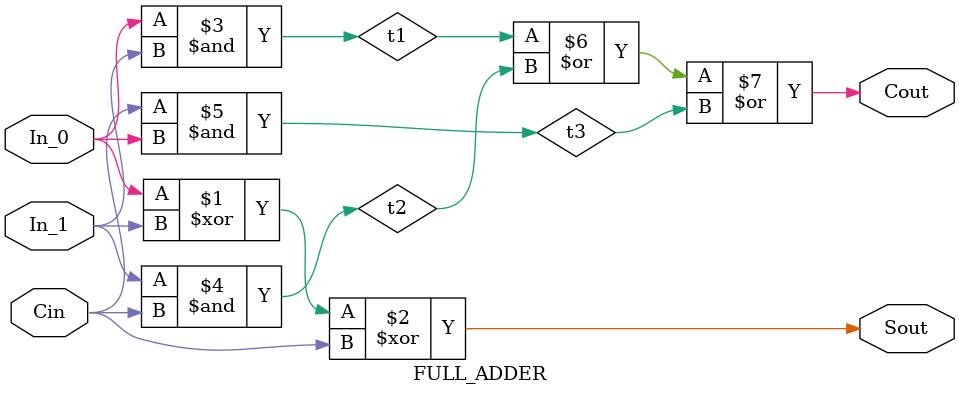
<source format=sv>
`timescale 1ns / 1ps
module FULL_ADDER(
 input In_0,
 input In_1,
 input Cin,
 output Sout,
 output Cout
 );
wire t1,t2,t3;
xor(Sout,In_0,In_1,Cin);
and(t1,In_0,In_1);
and(t2,In_1,Cin);
and(t3,Cin,In_0);
or(Cout,t1,t2,t3);
endmodule
</source>
